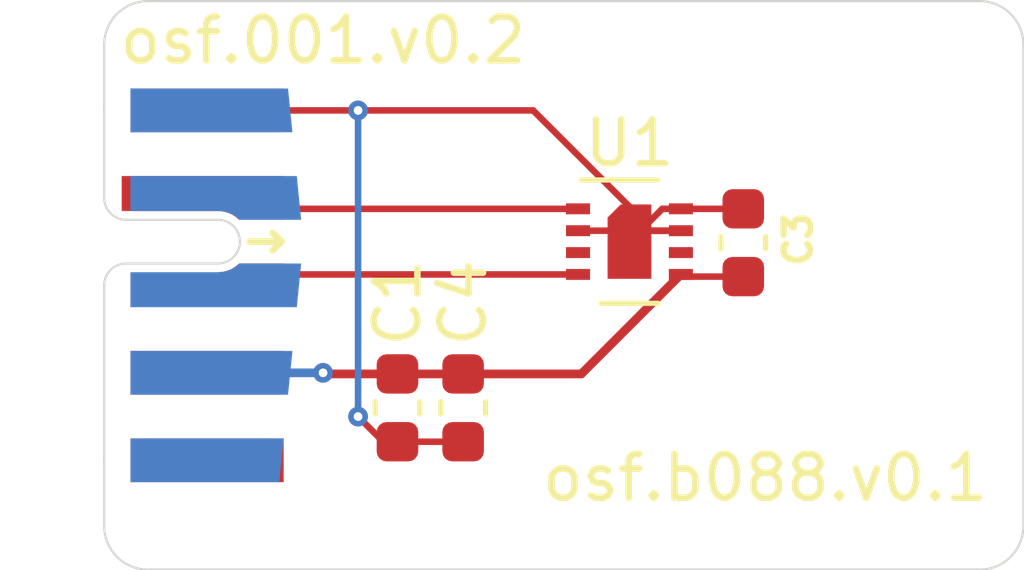
<source format=kicad_pcb>
(kicad_pcb (version 20211014) (generator pcbnew)
  (layers (0 "F.Cu" signal) (31 "B.Cu" signal) (34 "B.Paste" user) (35 "F.Paste" user) (36 "B.SilkS" user "B.Silkscreen") (37 "F.SilkS" user "F.Silkscreen") (38 "B.Mask" user) (39 "F.Mask" user) (44 "Edge.Cuts" user))
  (net 0 "")
  (net 1 "GND")
  (net 2 "/sensor/SDA")
  (net 3 "+3V3")
  (net 4 "/sensor/SCL")
  (net 7 "+5V")
  (footprint "Capacitor_SMD:C_0603_1608Metric" (layer "F.Cu") (at 91.6 79.525 90)
    (fp_text reference "C3" (at 0.075 1.25 90) (layer "F.SilkS") (effects (font (size 0.6 0.6))))
    (fp_text value "1uF")
    (fp_line (start -0.14058 -0.51) (end 0.14058 -0.51) (layer "F.SilkS") (width 0.12))
    (fp_line (start -0.14058 0.51) (end 0.14058 0.51) (layer "F.SilkS") (width 0.12))
    (pad "1" smd roundrect locked (at -0.775 0 90) (size 0.9 0.95) (layers "F.Cu" "F.Paste" "F.Mask") (net 3 "+3V3"))
    (pad "2" smd roundrect locked (at 0.775 0 90) (size 0.9 0.95) (layers "F.Cu" "F.Paste" "F.Mask") (net 1 "GND"))
  )
  (footprint "Capacitor_SMD:C_0603_1608Metric" (layer "F.Cu") (at 85.2 83.3 -90)
    (fp_text reference "C4" (at -2.4 0 90) (layer "F.SilkS"))
    (fp_text value "100nF")
    (fp_line (start -0.14058 0.51) (end 0.14058 0.51) (layer "F.SilkS") (width 0.12))
    (fp_line (start -0.14058 -0.51) (end 0.14058 -0.51) (layer "F.SilkS") (width 0.12))
    (pad "1" smd roundrect locked (at -0.775 0 270) (size 0.9 0.95) (layers "F.Cu" "F.Paste" "F.Mask") (net 3 "+3V3"))
    (pad "2" smd roundrect locked (at 0.775 0 270) (size 0.9 0.95) (layers "F.Cu" "F.Paste" "F.Mask") (net 1 "GND"))
  )
  (footprint "Sensor_Humidity:Sensirion_DFN-8-1EP_2.5x2.5mm_P0.5mm_EP1.1x1.7mm" (layer "F.Cu") (at 89 79.5)
    (fp_text reference "U1" (at 0 -2.25) (layer "F.SilkS"))
    (fp_text value "SHT30-DIS")
    (fp_line (start -1.09 -1.41) (end 0.65 -1.41) (layer "F.SilkS") (width 0.12))
    (fp_line (start -0.65 1.41) (end 0.65 1.41) (layer "F.SilkS") (width 0.12))
    (pad "1" smd rect (at -1.175 -0.75) (size 0.55 0.25) (layers "F.Cu" "F.Paste" "F.Mask") (net 2 "/sensor/SDA"))
    (pad "2" smd rect (at -1.175 -0.25) (size 0.55 0.25) (layers "F.Cu" "F.Paste" "F.Mask") (net 1 "GND"))
    (pad "3" smd rect (at -1.175 0.25) (size 0.55 0.25) (layers "F.Cu" "F.Paste" "F.Mask"))
    (pad "4" smd rect (at -1.175 0.75 180) (size 0.55 0.25) (layers "F.Cu" "F.Paste" "F.Mask") (net 4 "/sensor/SCL"))
    (pad "5" smd rect (at 1.175 0.75) (size 0.55 0.25) (layers "F.Cu" "F.Paste" "F.Mask") (net 3 "+3V3"))
    (pad "6" smd rect (at 1.175 0.25) (size 0.55 0.25) (layers "F.Cu" "F.Paste" "F.Mask"))
    (pad "7" smd rect (at 1.175 -0.25) (size 0.55 0.25) (layers "F.Cu" "F.Paste" "F.Mask") (net 1 "GND"))
    (pad "8" smd rect (at 1.175 -0.75) (size 0.55 0.25) (layers "F.Cu" "F.Paste" "F.Mask") (net 1 "GND"))
    (pad "9" smd custom (at 0 0) (size 1 1) (layers "F.Cu" "F.Mask") (net 1 "GND") (options (clearance outline) (anchor circle)) (primitives (gr_poly (pts (xy 0.5 0.85) (xy -0.5 0.85) (xy -0.5 -0.55) (xy -0.2 -0.85) (xy 0.5 -0.85)) (width 0) (fill yes))))
  )
  (footprint "Capacitor_SMD:C_0603_1608Metric" (layer "F.Cu") (at 83.7 83.3 -90)
    (fp_text reference "C1" (at -2.4 0 90) (layer "F.SilkS"))
    (fp_text value "100nF")
    (fp_line (start -0.14058 -0.51) (end 0.14058 -0.51) (layer "F.SilkS") (width 0.12))
    (fp_line (start -0.14058 0.51) (end 0.14058 0.51) (layer "F.SilkS") (width 0.12))
    (pad "1" smd roundrect (at -0.775 0 270) (size 0.9 0.95) (layers "F.Cu" "F.Paste" "F.Mask") (net 3 "+3V3"))
    (pad "2" smd roundrect (at 0.775 0 270) (size 0.9 0.95) (layers "F.Cu" "F.Paste" "F.Mask") (net 1 "GND"))
  )
  (footprint "on_edge:on_edge_2x05_device" (layer "F.Cu") (at 77 80.5 -90)
    (fp_text reference "J1")
    (fp_text value "001_I2C")
    (fp_line (start -1 -4.05) (end -1 -3.323) (layer "F.SilkS") (width 0.153))
    (fp_line (start -1.2 -3.85) (end -1 -4.05) (layer "F.SilkS") (width 0.153))
    (fp_line (start -1 -4.05) (end -0.8 -3.85) (layer "F.SilkS") (width 0.153))
    (fp_line (start -1.5 -2.6) (end -1.5 -0.5) (layer "Edge.Cuts") (width 0.05))
    (fp_line (start -4 0) (end -2 0) (layer "Edge.Cuts") (width 0.05))
    (fp_line (start 0 0) (end 4 0) (layer "Edge.Cuts") (width 0.05))
    (fp_line (start -0.5 -0.5) (end -0.5 -2.6) (layer "Edge.Cuts") (width 0.05))
    (fp_arc (start 0 0) (mid -0.353553 -0.146447) (end -0.5 -0.5) (layer "Edge.Cuts") (width 0.05))
    (fp_arc (start -1.5 -2.6) (mid -1 -3.1) (end -0.5 -2.6) (layer "Edge.Cuts") (width 0.05))
    (fp_arc (start -1.5 -0.5) (mid -1.646447 -0.146447) (end -2 0) (layer "Edge.Cuts") (width 0.05))
    (pad "1" smd rect locked (at -4 -2.35 90) (size 1 3.5) (layers "F.Cu" "F.Mask") (net 1 "GND"))
    (pad "2" smd custom locked (at -2 -3.6 270) (size 1 1) (layers "F.Cu" "F.Mask") (net 2 "/sensor/SDA") (options (clearance outline) (anchor rect)) (primitives (gr_poly (pts (xy 0.3 1) (xy 0.31 0.89) (xy 0.33 0.81) (xy 0.35 0.75) (xy 0.37 0.7) (xy 0.4 0.65) (xy 0.44 0.59) (xy 0.48 0.54) (xy 0.5 0.52) (xy 0.5 -0.5) (xy -0.5 -0.5) (xy -0.5 3.2) (xy 0.3 3.2)) (width 0) (fill yes))))
    (pad "3" smd custom locked (at 0 -3.6 270) (size 1 1) (layers "F.Cu" "F.Mask") (net 4 "/sensor/SCL") (options (clearance outline) (anchor rect)) (primitives (gr_poly (pts (xy -0.3 1) (xy -0.31 0.89) (xy -0.33 0.81) (xy -0.35 0.75) (xy -0.37 0.7) (xy -0.4 0.65) (xy -0.44 0.59) (xy -0.48 0.54) (xy -0.5 0.52) (xy -0.5 -0.5) (xy 0.5 -0.5) (xy 0.5 3) (xy -0.3 3)) (width 0) (fill yes))))
    (pad "4" smd rect locked (at 2 -2.35 90) (size 1 3.5) (layers "F.Cu" "F.Mask"))
    (pad "5" smd rect locked (at 4 -2.35 90) (size 1 3.5) (layers "F.Cu" "F.Mask"))
    (pad "6" smd custom locked (at -4 -2.4 270) (size 1 3.6) (layers "B.Cu" "B.Mask") (options (clearance outline) (anchor rect)) (primitives (gr_poly (pts (xy 0.5 -1.8) (xy 0.5 -1.9) (xy -0.5 -1.8)) (width 0) (fill yes))))
    (pad "7" smd custom locked (at -2 -2.1 270) (size 0.4 0.4) (layers "B.Cu" "B.Mask") (options (clearance outline) (anchor rect)) (primitives (gr_poly (pts (xy 0.3 -0.51) (xy 0.31 -0.62) (xy 0.33 -0.7) (xy 0.35 -0.76) (xy 0.37 -0.81) (xy 0.4 -0.86) (xy 0.44 -0.92) (xy 0.48 -0.97) (xy 0.5 -0.99) (xy 0.5 -2.4) (xy -0.5 -2.3) (xy -0.5 1.5) (xy 0.3 1.5)) (width 0) (fill yes))))
    (pad "8" smd custom locked (at 0 -2.1 270) (size 0.4 0.4) (layers "B.Cu" "B.Mask") (options (clearance outline) (anchor rect)) (primitives (gr_poly (pts (xy -0.3 -0.51) (xy -0.31 -0.62) (xy -0.33 -0.7) (xy -0.35 -0.76) (xy -0.37 -0.81) (xy -0.4 -0.86) (xy -0.44 -0.92) (xy -0.48 -0.97) (xy -0.5 -0.99) (xy -0.5 -2.4) (xy 0.5 -2.3) (xy 0.5 1.5) (xy -0.3 1.5)) (width 0) (fill yes))))
    (pad "9" smd custom locked (at 2 -2.4 270) (size 1 3.6) (layers "B.Cu" "B.Mask") (net 3 "+3V3") (options (clearance outline) (anchor rect)) (primitives (gr_poly (pts (xy -0.5 -1.8) (xy -0.5 -1.9) (xy 0.5 -1.8)) (width 0) (fill yes))))
    (pad "10" smd custom locked (at 4 -2.3 270) (size 1 3.4) (layers "B.Cu" "B.Mask") (net 7 "+5V") (options (clearance outline) (anchor rect)) (primitives (gr_poly (pts (xy -0.5 -1.7) (xy -0.5 -1.8) (xy 0.5 -1.7)) (width 0) (fill yes))))
  )
  (gr_line (start 97 87) (end 78 87) (layer "Edge.Cuts") (width 0.05))
  (gr_line (start 77 86) (end 77 84.5) (layer "Edge.Cuts") (width 0.05))
  (gr_line (start 78 74) (end 97 74) (layer "Edge.Cuts") (width 0.05))
  (gr_line (start 98 76.5) (end 98 75) (layer "Edge.Cuts") (width 0.05))
  (gr_line (start 77 76.5) (end 77 75) (layer "Edge.Cuts") (width 0.05))
  (gr_arc (start 98 86) (mid 97.707107 86.707107) (end 97 87) (layer "Edge.Cuts") (width 0.05))
  (gr_line (start 98 86) (end 98 76.5) (layer "Edge.Cuts") (width 0.05))
  (gr_arc (start 77 75) (mid 77.292893 74.292893) (end 78 74) (layer "Edge.Cuts") (width 0.05))
  (gr_arc (start 78 87) (mid 77.292893 86.707107) (end 77 86) (layer "Edge.Cuts") (width 0.05))
  (gr_arc (start 97 74) (mid 97.707107 74.292893) (end 98 75) (layer "Edge.Cuts") (width 0.05))
  (gr_text "osf.b088.v0.1" (at 92.1 84.9) (layer "F.SilkS") (effects (font (size 1 1))))
  (gr_text "osf.001.v0.2" (at 82 74.9) (layer "F.SilkS") (effects (font (size 1 1))))
  (segment (start 87.825 79.25) (end 90.175 79.25) (width 0.15) (layer "F.Cu") (net 1))
  (segment (start 83.375 84.075) (end 82.8 83.5) (width 0.15) (layer "F.Cu") (net 1))
  (segment (start 89 79.5) (end 89 78.7) (width 0.15) (layer "F.Cu") (net 1))
  (segment (start 90.175 79.25) (end 89.25 79.25) (width 0.15) (layer "F.Cu") (net 1))
  (segment (start 89.75 78.75) (end 89 79.5) (width 0.15) (layer "F.Cu") (net 1))
  (segment (start 83.7 84.075) (end 85.2 84.075) (width 0.15) (layer "F.Cu") (net 1))
  (segment (start 83.7 84.075) (end 83.375 84.075) (width 0.15) (layer "F.Cu") (net 1))
  (segment (start 89 78.7) (end 86.8 76.5) (width 0.15) (layer "F.Cu") (net 1))
  (segment (start 91.6 78.75) (end 90.175 78.75) (width 0.15) (layer "F.Cu") (net 1))
  (segment (start 86.8 76.5) (end 82.8 76.5) (width 0.15) (layer "F.Cu") (net 1))
  (segment (start 89.25 79.25) (end 89 79.5) (width 0.15) (layer "F.Cu") (net 1))
  (segment (start 90.175 78.75) (end 89.75 78.75) (width 0.15) (layer "F.Cu") (net 1))
  (segment (start 82.8 76.5) (end 79.35 76.5) (width 0.15) (layer "F.Cu") (net 1))
  (via (at 82.8 83.5) (size 0.45) (drill 0.2) (layers "F.Cu" "B.Cu") (net 1))
  (via (at 82.8 76.5) (size 0.45) (drill 0.2) (layers "F.Cu" "B.Cu") (net 1))
  (segment (start 82.8 83.5) (end 82.8 76.5) (width 0.15) (layer "B.Cu") (net 1))
  (segment (start 80.85 78.75) (end 87.825 78.75) (width 0.15) (layer "F.Cu") (net 2))
  (segment (start 80.6 78.5) (end 80.85 78.75) (width 0.15) (layer "F.Cu") (net 2))
  (segment (start 85.2 82.525) (end 83.7 82.525) (width 0.2) (layer "F.Cu") (net 3))
  (segment (start 90.225 80.3) (end 90.175 80.25) (width 0.15) (layer "F.Cu") (net 3))
  (segment (start 82.025 82.525) (end 82 82.5) (width 0.2) (layer "F.Cu") (net 3))
  (segment (start 87.9 82.525) (end 90.175 80.25) (width 0.2) (layer "F.Cu") (net 3))
  (segment (start 91.6 80.3) (end 90.225 80.3) (width 0.15) (layer "F.Cu") (net 3))
  (segment (start 83.7 82.525) (end 82.025 82.525) (width 0.2) (layer "F.Cu") (net 3))
  (segment (start 85.2 82.525) (end 87.9 82.525) (width 0.2) (layer "F.Cu") (net 3))
  (via (at 82 82.5) (size 0.45) (drill 0.2) (layers "F.Cu" "B.Cu") (net 3))
  (segment (start 82 82.5) (end 79.4 82.5) (width 0.2) (layer "B.Cu") (net 3))
  (segment (start 80.6 80.5) (end 80.85 80.25) (width 0.15) (layer "F.Cu") (net 4))
  (segment (start 80.85 80.25) (end 87.825 80.25) (width 0.15) (layer "F.Cu") (net 4))
)
</source>
